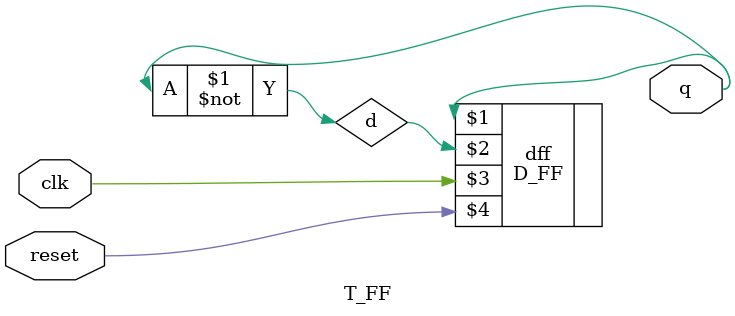
<source format=v>

module T_FF (q, clk, reset);
    output q;
    input clk, reset;
    wire d;
    D_FF dff (q, d, clk, reset);    // use D-flop flop as an instance
    not n1 (d, q);                  // not gate is a base element in verilog
endmodule

</source>
